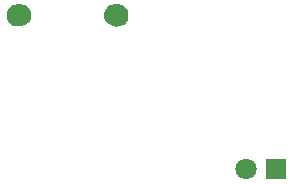
<source format=gbr>
%TF.GenerationSoftware,KiCad,Pcbnew,5.1.10*%
%TF.CreationDate,2021-09-11T11:57:41+02:00*%
%TF.ProjectId,alpaka_svg2shenzhen,616c7061-6b61-45f7-9376-67327368656e,rev?*%
%TF.SameCoordinates,Original*%
%TF.FileFunction,Copper,L1,Top*%
%TF.FilePolarity,Positive*%
%FSLAX46Y46*%
G04 Gerber Fmt 4.6, Leading zero omitted, Abs format (unit mm)*
G04 Created by KiCad (PCBNEW 5.1.10) date 2021-09-11 11:57:41*
%MOMM*%
%LPD*%
G01*
G04 APERTURE LIST*
%TA.AperFunction,EtchedComponent*%
%ADD10C,0.010000*%
%TD*%
%TA.AperFunction,ComponentPad*%
%ADD11R,1.800000X1.800000*%
%TD*%
%TA.AperFunction,ComponentPad*%
%ADD12C,1.800000*%
%TD*%
G04 APERTURE END LIST*
D10*
%TO.C,G\u002A\u002A\u002A*%
G36*
X81801968Y-34529172D02*
G01*
X81974728Y-34562524D01*
X82124775Y-34621108D01*
X82259317Y-34707376D01*
X82328340Y-34766597D01*
X82436826Y-34896571D01*
X82514847Y-35053119D01*
X82561278Y-35232298D01*
X82574996Y-35430165D01*
X82562990Y-35589583D01*
X82524473Y-35776171D01*
X82461925Y-35930026D01*
X82372891Y-36054837D01*
X82254915Y-36154293D01*
X82147592Y-36213710D01*
X81993447Y-36268166D01*
X81815984Y-36302860D01*
X81630006Y-36316439D01*
X81450315Y-36307550D01*
X81338163Y-36287714D01*
X81150165Y-36221948D01*
X80981705Y-36122563D01*
X80838145Y-35993810D01*
X80724846Y-35839942D01*
X80689632Y-35773229D01*
X80659393Y-35706560D01*
X80639795Y-35651458D01*
X80628580Y-35595312D01*
X80623493Y-35525509D01*
X80622276Y-35429438D01*
X80622319Y-35397017D01*
X80629553Y-35233584D01*
X80652598Y-35100298D01*
X80694875Y-34986828D01*
X80759808Y-34882839D01*
X80814517Y-34816845D01*
X80945164Y-34697554D01*
X81095913Y-34609708D01*
X81270375Y-34551933D01*
X81472162Y-34522858D01*
X81599283Y-34518600D01*
X81801968Y-34529172D01*
G37*
X81801968Y-34529172D02*
X81974728Y-34562524D01*
X82124775Y-34621108D01*
X82259317Y-34707376D01*
X82328340Y-34766597D01*
X82436826Y-34896571D01*
X82514847Y-35053119D01*
X82561278Y-35232298D01*
X82574996Y-35430165D01*
X82562990Y-35589583D01*
X82524473Y-35776171D01*
X82461925Y-35930026D01*
X82372891Y-36054837D01*
X82254915Y-36154293D01*
X82147592Y-36213710D01*
X81993447Y-36268166D01*
X81815984Y-36302860D01*
X81630006Y-36316439D01*
X81450315Y-36307550D01*
X81338163Y-36287714D01*
X81150165Y-36221948D01*
X80981705Y-36122563D01*
X80838145Y-35993810D01*
X80724846Y-35839942D01*
X80689632Y-35773229D01*
X80659393Y-35706560D01*
X80639795Y-35651458D01*
X80628580Y-35595312D01*
X80623493Y-35525509D01*
X80622276Y-35429438D01*
X80622319Y-35397017D01*
X80629553Y-35233584D01*
X80652598Y-35100298D01*
X80694875Y-34986828D01*
X80759808Y-34882839D01*
X80814517Y-34816845D01*
X80945164Y-34697554D01*
X81095913Y-34609708D01*
X81270375Y-34551933D01*
X81472162Y-34522858D01*
X81599283Y-34518600D01*
X81801968Y-34529172D01*
G36*
X73449801Y-34521313D02*
G01*
X73588683Y-34531450D01*
X73699476Y-34551046D01*
X73883385Y-34618461D01*
X74040805Y-34716492D01*
X74169035Y-34842167D01*
X74265377Y-34992517D01*
X74327129Y-35164573D01*
X74344550Y-35260637D01*
X74351597Y-35464923D01*
X74319480Y-35653264D01*
X74248245Y-35825507D01*
X74137940Y-35981501D01*
X74113545Y-36008259D01*
X73965922Y-36134119D01*
X73793393Y-36227856D01*
X73599707Y-36288509D01*
X73388612Y-36315117D01*
X73163856Y-36306718D01*
X73030954Y-36285875D01*
X72848896Y-36231307D01*
X72696316Y-36146482D01*
X72573964Y-36032240D01*
X72482592Y-35889421D01*
X72422953Y-35718864D01*
X72400297Y-35581512D01*
X72393565Y-35357121D01*
X72420045Y-35156626D01*
X72479018Y-34981199D01*
X72569759Y-34832013D01*
X72691547Y-34710238D01*
X72843659Y-34617047D01*
X73025375Y-34553611D01*
X73035300Y-34551224D01*
X73157415Y-34531204D01*
X73300814Y-34521232D01*
X73449801Y-34521313D01*
G37*
X73449801Y-34521313D02*
X73588683Y-34531450D01*
X73699476Y-34551046D01*
X73883385Y-34618461D01*
X74040805Y-34716492D01*
X74169035Y-34842167D01*
X74265377Y-34992517D01*
X74327129Y-35164573D01*
X74344550Y-35260637D01*
X74351597Y-35464923D01*
X74319480Y-35653264D01*
X74248245Y-35825507D01*
X74137940Y-35981501D01*
X74113545Y-36008259D01*
X73965922Y-36134119D01*
X73793393Y-36227856D01*
X73599707Y-36288509D01*
X73388612Y-36315117D01*
X73163856Y-36306718D01*
X73030954Y-36285875D01*
X72848896Y-36231307D01*
X72696316Y-36146482D01*
X72573964Y-36032240D01*
X72482592Y-35889421D01*
X72422953Y-35718864D01*
X72400297Y-35581512D01*
X72393565Y-35357121D01*
X72420045Y-35156626D01*
X72479018Y-34981199D01*
X72569759Y-34832013D01*
X72691547Y-34710238D01*
X72843659Y-34617047D01*
X73025375Y-34553611D01*
X73035300Y-34551224D01*
X73157415Y-34531204D01*
X73300814Y-34521232D01*
X73449801Y-34521313D01*
%TD*%
D11*
%TO.P,D1,1*%
%TO.N,Net-(D1-Pad1)*%
X95199200Y-48463200D03*
D12*
%TO.P,D1,2*%
%TO.N,Net-(BT1-Pad1)*%
X92659200Y-48463200D03*
%TD*%
M02*

</source>
